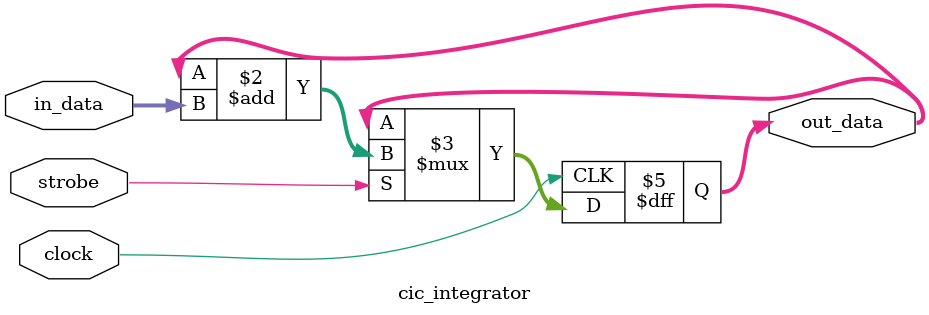
<source format=v>
module cic( clock, in_strobe, out_strobe, in_data, out_data );

//design parameters
parameter STAGES = 3;
parameter DECIMATION = 16;  
parameter IN_WIDTH = 18;

//computed parameters
//ACC_WIDTH = IN_WIDTH + Ceil(STAGES * Log2(DECIMATION))
//OUT_WIDTH = IN_WIDTH + Ceil(Log2(DECIMATION) / 2)
parameter ACC_WIDTH = IN_WIDTH  + 12;
parameter OUT_WIDTH = IN_WIDTH  + 2;

input clock;
input in_strobe;
output reg out_strobe;
input signed [IN_WIDTH-1:0] in_data;
output signed [OUT_WIDTH-1:0] out_data;

//------------------------------------------------------------------------------
//                               control
//------------------------------------------------------------------------------
reg [15:0] sample_no;
initial sample_no = 15'd0;


always @(posedge clock)
  if (in_strobe)
    begin
    if (sample_no == (DECIMATION-1))
      begin
      sample_no <= 0;
      out_strobe <= 1;
      end
    else
      begin
      sample_no <= sample_no + 8'd1;
      out_strobe <= 0;
      end
    end

  else
    out_strobe <= 0;


//------------------------------------------------------------------------------
//                                stages
//------------------------------------------------------------------------------
wire signed [ACC_WIDTH-1:0] integrator_data [0:STAGES];
wire signed [ACC_WIDTH-1:0] comb_data [0:STAGES];


assign integrator_data[0] = in_data;
assign comb_data[0] = integrator_data[STAGES];


genvar i;
generate
  for (i=0; i<STAGES; i=i+1)
    begin : cic_stages

    cic_integrator #(ACC_WIDTH) cic_integrator_inst(
      .clock(clock),
      .strobe(in_strobe),
      .in_data(integrator_data[i]),
      .out_data(integrator_data[i+1])
      );


    cic_comb #(ACC_WIDTH) cic_comb_inst(
      .clock(clock),
      .strobe(out_strobe),
      .in_data(comb_data[i]),
      .out_data(comb_data[i+1])
      );
    end
endgenerate







//------------------------------------------------------------------------------
//                            output rounding
//------------------------------------------------------------------------------
assign out_data = comb_data[STAGES][ACC_WIDTH-1:ACC_WIDTH-OUT_WIDTH] +
  {{(OUT_WIDTH-1){1'b0}}, comb_data[STAGES][ACC_WIDTH-OUT_WIDTH-1]};

//assign out_data = comb_data[STAGES][36:19] + comb_data[STAGES][18];


endmodule

module cic_comb( clock, strobe,  in_data,  out_data );

parameter WIDTH = 64;

input clock;
input strobe;
input signed [WIDTH-1:0] in_data;
output reg signed [WIDTH-1:0] out_data;


reg signed [WIDTH-1:0] prev_data;
initial prev_data = 0;


always @(posedge clock)  
  if (strobe) 
    begin
    out_data <= in_data - prev_data;
    prev_data <= in_data;
    end



endmodule


module cic_integrator( clock, strobe, in_data,  out_data );

parameter WIDTH = 64;

input clock;
input strobe;
input signed [WIDTH-1:0] in_data;
output reg signed [WIDTH-1:0] out_data;


//initial out_data = 0; // this is NOT a valid RTL statement! Kirk Weedman KD7IRS


always @(posedge clock)
  if (strobe) out_data <= out_data + in_data;


endmodule

</source>
